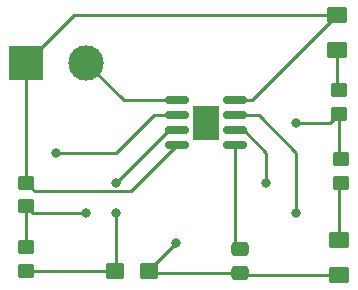
<source format=gbr>
%TF.GenerationSoftware,KiCad,Pcbnew,(6.0.10-0)*%
%TF.CreationDate,2023-02-17T15:33:43-08:00*%
%TF.ProjectId,Ex2,4578322e-6b69-4636-9164-5f7063625858,rev?*%
%TF.SameCoordinates,Original*%
%TF.FileFunction,Copper,L1,Top*%
%TF.FilePolarity,Positive*%
%FSLAX46Y46*%
G04 Gerber Fmt 4.6, Leading zero omitted, Abs format (unit mm)*
G04 Created by KiCad (PCBNEW (6.0.10-0)) date 2023-02-17 15:33:43*
%MOMM*%
%LPD*%
G01*
G04 APERTURE LIST*
G04 Aperture macros list*
%AMRoundRect*
0 Rectangle with rounded corners*
0 $1 Rounding radius*
0 $2 $3 $4 $5 $6 $7 $8 $9 X,Y pos of 4 corners*
0 Add a 4 corners polygon primitive as box body*
4,1,4,$2,$3,$4,$5,$6,$7,$8,$9,$2,$3,0*
0 Add four circle primitives for the rounded corners*
1,1,$1+$1,$2,$3*
1,1,$1+$1,$4,$5*
1,1,$1+$1,$6,$7*
1,1,$1+$1,$8,$9*
0 Add four rect primitives between the rounded corners*
20,1,$1+$1,$2,$3,$4,$5,0*
20,1,$1+$1,$4,$5,$6,$7,0*
20,1,$1+$1,$6,$7,$8,$9,0*
20,1,$1+$1,$8,$9,$2,$3,0*%
G04 Aperture macros list end*
%TA.AperFunction,SMDPad,CuDef*%
%ADD10RoundRect,0.250001X0.624999X-0.462499X0.624999X0.462499X-0.624999X0.462499X-0.624999X-0.462499X0*%
%TD*%
%TA.AperFunction,SMDPad,CuDef*%
%ADD11RoundRect,0.250000X-0.450000X0.350000X-0.450000X-0.350000X0.450000X-0.350000X0.450000X0.350000X0*%
%TD*%
%TA.AperFunction,SMDPad,CuDef*%
%ADD12RoundRect,0.250000X-0.537500X-0.425000X0.537500X-0.425000X0.537500X0.425000X-0.537500X0.425000X0*%
%TD*%
%TA.AperFunction,SMDPad,CuDef*%
%ADD13RoundRect,0.250000X-0.475000X0.337500X-0.475000X-0.337500X0.475000X-0.337500X0.475000X0.337500X0*%
%TD*%
%TA.AperFunction,ComponentPad*%
%ADD14R,3.000000X3.000000*%
%TD*%
%TA.AperFunction,ComponentPad*%
%ADD15C,3.000000*%
%TD*%
%TA.AperFunction,SMDPad,CuDef*%
%ADD16RoundRect,0.150000X-0.825000X-0.150000X0.825000X-0.150000X0.825000X0.150000X-0.825000X0.150000X0*%
%TD*%
%TA.AperFunction,SMDPad,CuDef*%
%ADD17R,2.290000X3.000000*%
%TD*%
%TA.AperFunction,ViaPad*%
%ADD18C,0.800000*%
%TD*%
%TA.AperFunction,Conductor*%
%ADD19C,0.250000*%
%TD*%
G04 APERTURE END LIST*
D10*
%TO.P,D2,1,K*%
%TO.N,GND*%
X148432500Y-109372500D03*
%TO.P,D2,2,A*%
%TO.N,Net-(D2-Pad2)*%
X148432500Y-106397500D03*
%TD*%
D11*
%TO.P,R3,1*%
%TO.N,Net-(D1-Pad1)*%
X148425000Y-93747064D03*
%TO.P,R3,2*%
%TO.N,/pin_3*%
X148425000Y-95747064D03*
%TD*%
%TO.P,R1,1*%
%TO.N,+9V*%
X121920000Y-101600000D03*
%TO.P,R1,2*%
%TO.N,/pin_7*%
X121920000Y-103600000D03*
%TD*%
D10*
%TO.P,D1,1,K*%
%TO.N,Net-(D1-Pad1)*%
X148260000Y-90387500D03*
%TO.P,D1,2,A*%
%TO.N,+9V*%
X148260000Y-87412500D03*
%TD*%
D12*
%TO.P,C1,1*%
%TO.N,/pin_2*%
X129472500Y-109085000D03*
%TO.P,C1,2*%
%TO.N,GND*%
X132347500Y-109085000D03*
%TD*%
D13*
%TO.P,C2,1*%
%TO.N,Net-(C2-Pad1)*%
X140030000Y-107182500D03*
%TO.P,C2,2*%
%TO.N,GND*%
X140030000Y-109257500D03*
%TD*%
D14*
%TO.P,J1,1,Pin_1*%
%TO.N,+9V*%
X121920000Y-91440000D03*
D15*
%TO.P,J1,2,Pin_2*%
%TO.N,GND*%
X127000000Y-91440000D03*
%TD*%
D11*
%TO.P,R2,1*%
%TO.N,/pin_7*%
X121920000Y-107034680D03*
%TO.P,R2,2*%
%TO.N,/pin_2*%
X121920000Y-109034680D03*
%TD*%
%TO.P,R4,1*%
%TO.N,/pin_3*%
X148570000Y-99600000D03*
%TO.P,R4,2*%
%TO.N,Net-(D2-Pad2)*%
X148570000Y-101600000D03*
%TD*%
D16*
%TO.P,U1,1,GND*%
%TO.N,GND*%
X134685000Y-94615000D03*
%TO.P,U1,2,TR*%
%TO.N,/pin_2*%
X134685000Y-95885000D03*
%TO.P,U1,3,Q*%
%TO.N,/pin_3*%
X134685000Y-97155000D03*
%TO.P,U1,4,R*%
%TO.N,+9V*%
X134685000Y-98425000D03*
%TO.P,U1,5,CV*%
%TO.N,Net-(C2-Pad1)*%
X139635000Y-98425000D03*
%TO.P,U1,6,THR*%
%TO.N,/pin_2*%
X139635000Y-97155000D03*
%TO.P,U1,7,DIS*%
%TO.N,/pin_7*%
X139635000Y-95885000D03*
%TO.P,U1,8,VCC*%
%TO.N,+9V*%
X139635000Y-94615000D03*
D17*
%TO.P,U1,9*%
%TO.N,N/C*%
X137160000Y-96520000D03*
%TD*%
D18*
%TO.N,/pin_2*%
X129540000Y-104140000D03*
X142240000Y-101600000D03*
X124460000Y-99060000D03*
%TO.N,GND*%
X134620000Y-106680000D03*
%TO.N,/pin_7*%
X127000000Y-104140000D03*
X144780000Y-104140000D03*
%TO.N,/pin_3*%
X144780000Y-96520000D03*
X129540000Y-101600000D03*
%TD*%
D19*
%TO.N,/pin_2*%
X132715000Y-95885000D02*
X134685000Y-95885000D01*
X142240000Y-99060000D02*
X140335000Y-97155000D01*
X142240000Y-101600000D02*
X142240000Y-99060000D01*
X129422180Y-109034680D02*
X129472500Y-109085000D01*
X121920000Y-109034680D02*
X129422180Y-109034680D01*
X129540000Y-99060000D02*
X132715000Y-95885000D01*
X140335000Y-97155000D02*
X139635000Y-97155000D01*
X129540000Y-109017500D02*
X129472500Y-109085000D01*
X129540000Y-104140000D02*
X129540000Y-109017500D01*
X124460000Y-99060000D02*
X129540000Y-99060000D01*
%TO.N,GND*%
X140030000Y-109257500D02*
X132520000Y-109257500D01*
X132520000Y-109257500D02*
X132347500Y-109085000D01*
X127000000Y-91440000D02*
X130175000Y-94615000D01*
X132347500Y-109085000D02*
X132347500Y-108952500D01*
X148432500Y-109372500D02*
X140145000Y-109372500D01*
X130175000Y-94615000D02*
X134685000Y-94615000D01*
X132347500Y-108952500D02*
X134620000Y-106680000D01*
X140145000Y-109372500D02*
X140030000Y-109257500D01*
%TO.N,Net-(C2-Pad1)*%
X139635000Y-106787500D02*
X140030000Y-107182500D01*
X139635000Y-98425000D02*
X139635000Y-106787500D01*
%TO.N,Net-(D1-Pad1)*%
X148260000Y-93582064D02*
X148260000Y-90387500D01*
X148425000Y-93747064D02*
X148260000Y-93582064D01*
%TO.N,+9V*%
X148260000Y-87412500D02*
X141057500Y-94615000D01*
X121920000Y-101600000D02*
X121920000Y-91440000D01*
X141057500Y-94615000D02*
X139635000Y-94615000D01*
X122645000Y-102325000D02*
X130785000Y-102325000D01*
X121920000Y-101600000D02*
X122645000Y-102325000D01*
X121920000Y-91440000D02*
X125947500Y-87412500D01*
X125947500Y-87412500D02*
X148260000Y-87412500D01*
X130785000Y-102325000D02*
X134685000Y-98425000D01*
%TO.N,Net-(D2-Pad2)*%
X148432500Y-101737500D02*
X148432500Y-106397500D01*
X148570000Y-101600000D02*
X148432500Y-101737500D01*
%TO.N,/pin_7*%
X121920000Y-107034680D02*
X121920000Y-103600000D01*
X144780000Y-99060000D02*
X141605000Y-95885000D01*
X122460000Y-104140000D02*
X127000000Y-104140000D01*
X121920000Y-103600000D02*
X122460000Y-104140000D01*
X144780000Y-104140000D02*
X144780000Y-99060000D01*
X141605000Y-95885000D02*
X139635000Y-95885000D01*
%TO.N,/pin_3*%
X129540000Y-101600000D02*
X133985000Y-97155000D01*
X147652064Y-96520000D02*
X148425000Y-95747064D01*
X133985000Y-97155000D02*
X134685000Y-97155000D01*
X148570000Y-99600000D02*
X148425000Y-99455000D01*
X148425000Y-99455000D02*
X148425000Y-95747064D01*
X144780000Y-96520000D02*
X147652064Y-96520000D01*
%TD*%
M02*

</source>
